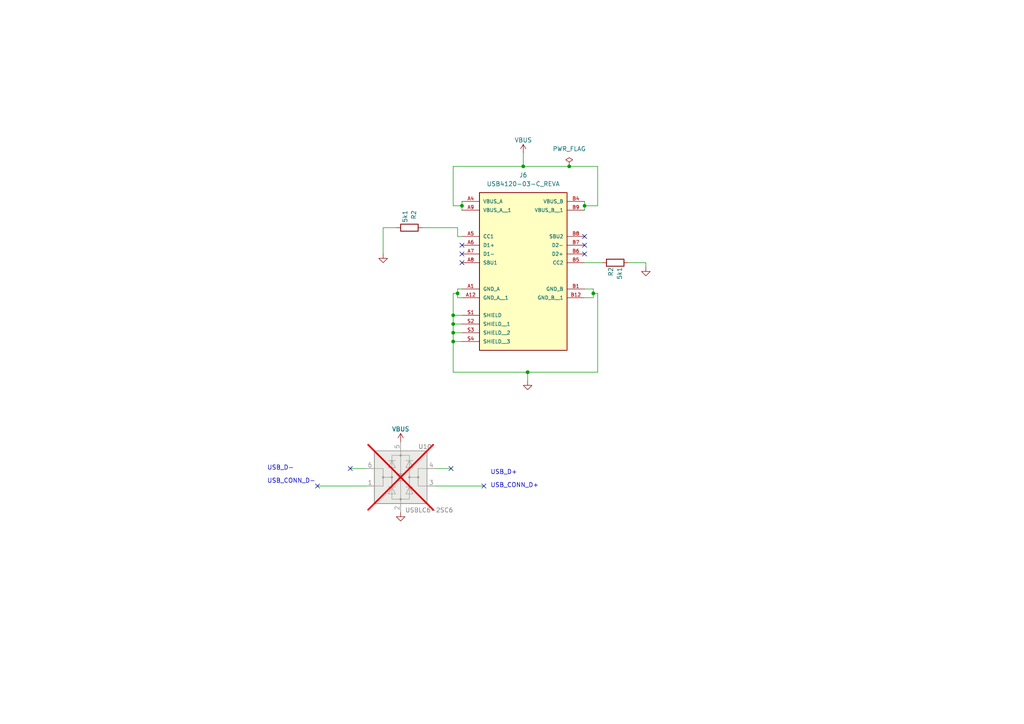
<source format=kicad_sch>
(kicad_sch (version 20230121) (generator eeschema)
  (paper "A4")
  (lib_symbols
    (symbol "Device:R" (pin_numbers hide) (pin_names (offset 0))
      (property "Reference" "R" (at 2.032 0 90))
      (property "Value" "R" (at 0 0 90))
      (symbol "R_0_1"
        (rectangle (start -1.016 -2.54) (end 1.016 2.54) (stroke (width 0.254)))
      )
      (symbol "R_1_1"
        (pin passive line (at 0 3.81 270) (length 1.27) (name "~") (number "1"))
        (pin passive line (at 0 -3.81 90) (length 1.27) (name "~") (number "2"))
      )
    )
    (symbol "Power_Protection:USBLC6-2SC6" (pin_names hide)
      (property "Reference" "U" (at 2.54 8.89 0))
      (property "Value" "USBLC6-2SC6" (at 2.54 -8.89 0))
      (symbol "USBLC6-2SC6_0_1"
        (rectangle (start -7.62 -7.62) (end 7.62 7.62) (stroke (width 0.254)) (fill (type background)))
        (circle (center -5.08 0) (radius 0.254) (fill (type outline)))
        (circle (center -2.54 0) (radius 0.254) (fill (type outline)))
        (rectangle (start -2.54 6.35) (end 2.54 -6.35))
        (circle (center 0 -6.35) (radius 0.254) (fill (type outline)))
        (polyline (pts (xy -5.08 -2.54) (xy -7.62 -2.54)))
        (polyline (pts (xy -5.08 0) (xy -5.08 -2.54)))
        (polyline (pts (xy -5.08 2.54) (xy -7.62 2.54)))
        (polyline (pts (xy -1.524 -2.794) (xy -3.556 -2.794)))
        (polyline (pts (xy -1.524 4.826) (xy -3.556 4.826)))
        (polyline (pts (xy 0 -7.62) (xy 0 -6.35)))
        (polyline (pts (xy 0 -6.35) (xy 0 1.27)))
        (polyline (pts (xy 0 1.27) (xy 0 6.35)))
        (polyline (pts (xy 0 6.35) (xy 0 7.62)))
        (polyline (pts (xy 1.524 -2.794) (xy 3.556 -2.794)))
        (polyline (pts (xy 1.524 4.826) (xy 3.556 4.826)))
        (polyline (pts (xy 5.08 -2.54) (xy 7.62 -2.54)))
        (polyline (pts (xy 5.08 0) (xy 5.08 -2.54)))
        (polyline (pts (xy 5.08 2.54) (xy 7.62 2.54)))
        (polyline (pts (xy -2.54 0) (xy -5.08 0) (xy -5.08 2.54)))
        (polyline (pts (xy 2.54 0) (xy 5.08 0) (xy 5.08 2.54)))
        (polyline (pts (xy -3.556 -4.826) (xy -1.524 -4.826) (xy -2.54 -2.794) (xy -3.556 -4.826)))
        (polyline (pts (xy -3.556 2.794) (xy -1.524 2.794) (xy -2.54 4.826) (xy -3.556 2.794)))
        (polyline (pts (xy -1.016 -1.016) (xy 1.016 -1.016) (xy 0 1.016) (xy -1.016 -1.016)))
        (polyline (pts (xy 1.016 1.016) (xy 0.762 1.016) (xy -1.016 1.016) (xy -1.016 0.508)))
        (polyline (pts (xy 3.556 -4.826) (xy 1.524 -4.826) (xy 2.54 -2.794) (xy 3.556 -4.826)))
        (polyline (pts (xy 3.556 2.794) (xy 1.524 2.794) (xy 2.54 4.826) (xy 3.556 2.794)))
        (circle (center 0 6.35) (radius 0.254) (fill (type outline)))
        (circle (center 2.54 0) (radius 0.254) (fill (type outline)))
        (circle (center 5.08 0) (radius 0.254) (fill (type outline)))
      )
      (symbol "USBLC6-2SC6_1_1"
        (pin passive line (at -10.16 -2.54 0) (length 2.54) (name "I/O1") (number "1"))
        (pin passive line (at 0 -10.16 90) (length 2.54) (name "GND") (number "2"))
        (pin passive line (at 10.16 -2.54 180) (length 2.54) (name "I/O2") (number "3"))
        (pin passive line (at 10.16 2.54 180) (length 2.54) (name "I/O2") (number "4"))
        (pin passive line (at 0 10.16 270) (length 2.54) (name "VBUS") (number "5"))
        (pin passive line (at -10.16 2.54 0) (length 2.54) (name "I/O1") (number "6"))
      )
    )
    (symbol "USB4120-03-C_REVA:USB4120-03-C_REVA" (pin_names (offset 1.016))
      (property "Reference" "J" (at -12.7 16.002 0))
      (property "Value" "USB4120-03-C_REVA" (at -12.7 -31.242 0))
      (symbol "USB4120-03-C_REVA_0_0"
        (rectangle (start -12.7 -30.48) (end 12.7 15.24) (stroke (width 0.254)) (fill (type background)))
        (pin power_in line (at -17.78 -12.7 0) (length 5.08) (name "GND_A") (number "A1"))
        (pin power_in line (at -17.78 -15.24 0) (length 5.08) (name "GND_A__1") (number "A12"))
        (pin power_in line (at -17.78 12.7 0) (length 5.08) (name "VBUS_A") (number "A4"))
        (pin bidirectional line (at -17.78 2.54 0) (length 5.08) (name "CC1") (number "A5"))
        (pin bidirectional line (at -17.78 0 0) (length 5.08) (name "D1+") (number "A6"))
        (pin bidirectional line (at -17.78 -2.54 0) (length 5.08) (name "D1-") (number "A7"))
        (pin bidirectional line (at -17.78 -5.08 0) (length 5.08) (name "SBU1") (number "A8"))
        (pin power_in line (at -17.78 10.16 0) (length 5.08) (name "VBUS_A__1") (number "A9"))
        (pin power_in line (at 17.78 -12.7 180) (length 5.08) (name "GND_B") (number "B1"))
        (pin power_in line (at 17.78 -15.24 180) (length 5.08) (name "GND_B__1") (number "B12"))
        (pin power_in line (at 17.78 12.7 180) (length 5.08) (name "VBUS_B") (number "B4"))
        (pin bidirectional line (at 17.78 -5.08 180) (length 5.08) (name "CC2") (number "B5"))
        (pin bidirectional line (at 17.78 -2.54 180) (length 5.08) (name "D2+") (number "B6"))
        (pin bidirectional line (at 17.78 0 180) (length 5.08) (name "D2-") (number "B7"))
        (pin bidirectional line (at 17.78 2.54 180) (length 5.08) (name "SBU2") (number "B8"))
        (pin power_in line (at 17.78 10.16 180) (length 5.08) (name "VBUS_B__1") (number "B9"))
        (pin passive line (at -17.78 -20.32 0) (length 5.08) (name "SHIELD") (number "S1"))
        (pin passive line (at -17.78 -22.86 0) (length 5.08) (name "SHIELD__1") (number "S2"))
        (pin passive line (at -17.78 -25.4 0) (length 5.08) (name "SHIELD__2") (number "S3"))
        (pin passive line (at -17.78 -27.94 0) (length 5.08) (name "SHIELD__3") (number "S4"))
      )
    )
    (symbol "power:GND" (power) (pin_names (offset 0))
      (property "Value" "GND" (at 0 -3.81 0))
      (symbol "GND_0_1"
        (polyline (pts (xy 0 0) (xy 0 -1.27) (xy 1.27 -1.27) (xy 0 -2.54) (xy -1.27 -1.27) (xy 0 -1.27)))
      )
      (symbol "GND_1_1"
        (pin power_in line (at 0 0 270) (length 0) hide (name "GND") (number "1"))
      )
    )
    (symbol "power:PWR_FLAG" (power) (pin_numbers hide) (pin_names (offset 0) hide)
      (property "Value" "PWR_FLAG" (at 0 3.81 0))
      (symbol "PWR_FLAG_0_0"
        (pin power_out line (at 0 0 90) (length 0) (name "pwr") (number "1"))
      )
      (symbol "PWR_FLAG_0_1"
        (polyline (pts (xy 0 0) (xy 0 1.27) (xy -1.016 1.905) (xy 0 2.54) (xy 1.016 1.905) (xy 0 1.27)))
      )
    )
    (symbol "power:VBUS" (power) (pin_names (offset 0))
      (property "Value" "VBUS" (at 0 3.81 0))
      (symbol "VBUS_0_1"
        (polyline (pts (xy -0.762 1.27) (xy 0 2.54)))
        (polyline (pts (xy 0 0) (xy 0 2.54)))
        (polyline (pts (xy 0 2.54) (xy 0.762 1.27)))
      )
      (symbol "VBUS_1_1"
        (pin power_in line (at 0 0 90) (length 0) hide (name "VBUS") (number "1"))
      )
    )
  )
  (junction (at 131.445 99.06))
  (junction (at 131.445 93.98))
  (junction (at 131.445 96.52))
  (junction (at 153.035 107.95))
  (junction (at 169.545 59.69))
  (junction (at 172.085 85.09))
  (junction (at 132.715 85.09))
  (junction (at 131.445 91.44))
  (junction (at 165.1 48.26))
  (junction (at 133.985 59.69))
  (junction (at 151.765 48.26))
  (no_connect (at 130.81 135.89))
  (no_connect (at 133.985 73.66))
  (no_connect (at 101.6 135.89))
  (no_connect (at 133.985 76.2))
  (no_connect (at 140.335 140.97))
  (no_connect (at 169.545 73.66))
  (no_connect (at 133.985 71.12))
  (no_connect (at 92.075 140.97))
  (no_connect (at 169.545 68.58))
  (no_connect (at 169.545 71.12))
  (wire (pts (xy 131.445 59.69) (xy 131.445 48.26)))
  (wire (pts (xy 132.715 68.58) (xy 132.715 66.04)))
  (wire (pts (xy 126.365 140.97) (xy 140.335 140.97)))
  (wire (pts (xy 132.715 85.09) (xy 132.715 86.36)))
  (wire (pts (xy 153.035 107.95) (xy 153.035 110.49)))
  (wire (pts (xy 133.985 83.82) (xy 132.715 83.82)))
  (wire (pts (xy 173.355 107.95) (xy 173.355 85.09)))
  (wire (pts (xy 131.445 93.98) (xy 131.445 96.52)))
  (wire (pts (xy 173.355 59.69) (xy 169.545 59.69)))
  (wire (pts (xy 122.555 66.04) (xy 132.715 66.04)))
  (wire (pts (xy 133.985 59.69) (xy 131.445 59.69)))
  (wire (pts (xy 132.715 83.82) (xy 132.715 85.09)))
  (wire (pts (xy 132.715 86.36) (xy 133.985 86.36)))
  (wire (pts (xy 131.445 99.06) (xy 133.985 99.06)))
  (wire (pts (xy 131.445 107.95) (xy 153.035 107.95)))
  (wire (pts (xy 172.085 83.82) (xy 169.545 83.82)))
  (wire (pts (xy 131.445 48.26) (xy 151.765 48.26)))
  (wire (pts (xy 172.085 85.09) (xy 172.085 83.82)))
  (wire (pts (xy 131.445 99.06) (xy 131.445 107.95)))
  (wire (pts (xy 187.325 76.2) (xy 187.325 77.47)))
  (wire (pts (xy 182.245 76.2) (xy 187.325 76.2)))
  (wire (pts (xy 131.445 91.44) (xy 133.985 91.44)))
  (wire (pts (xy 132.715 85.09) (xy 131.445 85.09)))
  (wire (pts (xy 165.1 48.26) (xy 173.355 48.26)))
  (wire (pts (xy 151.765 44.45) (xy 151.765 48.26)))
  (wire (pts (xy 131.445 85.09) (xy 131.445 91.44)))
  (wire (pts (xy 173.355 85.09) (xy 172.085 85.09)))
  (wire (pts (xy 153.035 107.95) (xy 173.355 107.95)))
  (wire (pts (xy 126.365 135.89) (xy 130.81 135.89)))
  (wire (pts (xy 172.085 86.36) (xy 172.085 85.09)))
  (wire (pts (xy 133.985 59.69) (xy 133.985 60.96)))
  (wire (pts (xy 106.045 135.89) (xy 101.6 135.89)))
  (wire (pts (xy 151.765 48.26) (xy 165.1 48.26)))
  (wire (pts (xy 174.625 76.2) (xy 169.545 76.2)))
  (wire (pts (xy 131.445 96.52) (xy 131.445 99.06)))
  (wire (pts (xy 133.985 58.42) (xy 133.985 59.69)))
  (wire (pts (xy 169.545 86.36) (xy 172.085 86.36)))
  (wire (pts (xy 131.445 96.52) (xy 133.985 96.52)))
  (wire (pts (xy 92.075 140.97) (xy 106.045 140.97)))
  (wire (pts (xy 173.355 48.26) (xy 173.355 59.69)))
  (wire (pts (xy 169.545 59.69) (xy 169.545 60.96)))
  (wire (pts (xy 133.985 68.58) (xy 132.715 68.58)))
  (wire (pts (xy 111.125 66.04) (xy 111.125 73.66)))
  (wire (pts (xy 131.445 91.44) (xy 131.445 93.98)))
  (wire (pts (xy 133.985 93.98) (xy 131.445 93.98)))
  (wire (pts (xy 114.935 66.04) (xy 111.125 66.04)))
  (wire (pts (xy 169.545 58.42) (xy 169.545 59.69)))
  (text "USB_CONN_D-" (at 77.47 140.335 0) (effects (font (size 1.27 1.27)) (justify left bottom)))
  (text "USB_D-" (at 77.47 136.525 0) (effects (font (size 1.27 1.27)) (justify left bottom)))
  (text "USB_D+" (at 142.24 137.795 0) (effects (font (size 1.27 1.27)) (justify left bottom)))
  (text "USB_CONN_D+" (at 142.24 141.605 0) (effects (font (size 1.27 1.27)) (justify left bottom)))
  (symbol (lib_id "Device:R") (at 118.745 66.04 270) (unit 1)
    (property "Reference" "R2" (at 120.015 60.96 0) (effects (justify left)))
    (property "Value" "5k1" (at 117.475 60.96 0) (effects (justify left)))
    (property "Footprint" "Resistor_SMD:R_0402_1005Metric" (effects hide))
    (property "LCSC Part" "C25905" (effects hide))
    (instances (project "ShotClockProject" (path "" (reference "R2") (unit 1)) (path "" (reference "R36") (unit 1))))
  )
  (symbol (lib_id "power:VBUS") (at 151.765 44.45 0) (unit 1)
    (property "Reference" "#PWR013" (effects hide))
    (property "Value" "VBUS" (at 151.765 40.64 0))
    (instances (project "ShotClockProject" (path "" (reference "#PWR013") (unit 1)) (path "" (reference "#PWR087") (unit 1))))
  )
  (symbol (lib_id "power:GND") (at 153.035 110.49 0) (unit 1)
    (property "Reference" "#PWR012" (effects hide))
    (property "Value" "GND" (effects hide))
    (instances (project "ShotClockProject" (path "" (reference "#PWR012") (unit 1)) (path "" (reference "#PWR091") (unit 1))))
  )
  (symbol (lib_id "Power_Protection:USBLC6-2SC6") (at 116.205 138.43 0) (unit 1) (in_bom no) (on_board no) (dnp yes)
    (property "Reference" "U10" (at 121.285 129.54 0) (effects (justify left)))
    (property "Value" "USBLC6-2SC6" (at 117.475 147.955 0) (effects (justify left)))
    (property "Footprint" "Package_TO_SOT_SMD:SOT-23-6" (effects hide))
    (property "Datasheet" "https://www.st.com/resource/en/datasheet/usblc6-2.pdf" (effects hide))
    (property "LCSC Part" "C7519" (effects hide))
  )
  (symbol (lib_id "power:VBUS") (at 116.205 128.27 0) (unit 1)
    (property "Reference" "#PWR013" (effects hide))
    (property "Value" "VBUS" (at 116.205 124.46 0))
    (instances (project "ShotClockProject" (path "" (reference "#PWR013") (unit 1)) (path "" (reference "#PWR089") (unit 1))))
  )
  (symbol (lib_id "power:GND") (at 187.325 77.47 0) (unit 1)
    (property "Reference" "#PWR06" (effects hide))
    (property "Value" "GND" (effects hide))
    (instances (project "ShotClockProject" (path "" (reference "#PWR06") (unit 1)) (path "" (reference "#PWR093") (unit 1))))
  )
  (symbol (lib_id "USB4120-03-C_REVA:USB4120-03-C_REVA") (at 151.765 71.12 0) (unit 1)
    (property "Reference" "J6" (at 151.765 50.8 0))
    (property "Value" "USB4120-03-C_REVA" (at 151.765 53.34 0))
    (property "Footprint" "USB4120-03-C:GCT_USB4120-03-C_REVA_With3DModel" (effects hide))
    (property "PARTREV" "A" (effects hide))
    (property "MANUFACTURER" "GCT" (effects hide))
    (property "MAXIMUM_PACKAGE_HEIGHT" "6.5mm" (effects hide))
    (property "STANDARD" "Manufacturer Recommendations" (effects hide))
    (property "LCSC Part" "C5187468" (effects hide))
  )
  (symbol (lib_id "power:GND") (at 116.205 148.59 0) (unit 1)
    (property "Reference" "#PWR012" (effects hide))
    (property "Value" "GND" (effects hide))
    (instances (project "ShotClockProject" (path "" (reference "#PWR012") (unit 1)) (path "" (reference "#PWR090") (unit 1))))
  )
  (symbol (lib_id "power:GND") (at 111.125 73.66 0) (unit 1)
    (property "Reference" "#PWR06" (effects hide))
    (property "Value" "GND" (effects hide))
    (instances (project "ShotClockProject" (path "" (reference "#PWR06") (unit 1)) (path "" (reference "#PWR088") (unit 1))))
  )
  (symbol (lib_id "power:PWR_FLAG") (at 165.1 48.26 0) (unit 1)
    (property "Reference" "#FLG03" (effects hide))
    (property "Value" "PWR_FLAG" (at 165.1 43.18 0))
  )
  (symbol (lib_id "Device:R") (at 178.435 76.2 90) (mirror x) (unit 1)
    (property "Reference" "R2" (at 177.165 77.47 0) (effects (justify left)))
    (property "Value" "5k1" (at 179.705 77.47 0) (effects (justify left)))
    (property "Footprint" "Resistor_SMD:R_0402_1005Metric" (effects hide))
    (property "LCSC Part" "C25905" (effects hide))
    (instances (project "ShotClockProject" (path "" (reference "R2") (unit 1)) (path "" (reference "R37") (unit 1))))
  )
)
</source>
